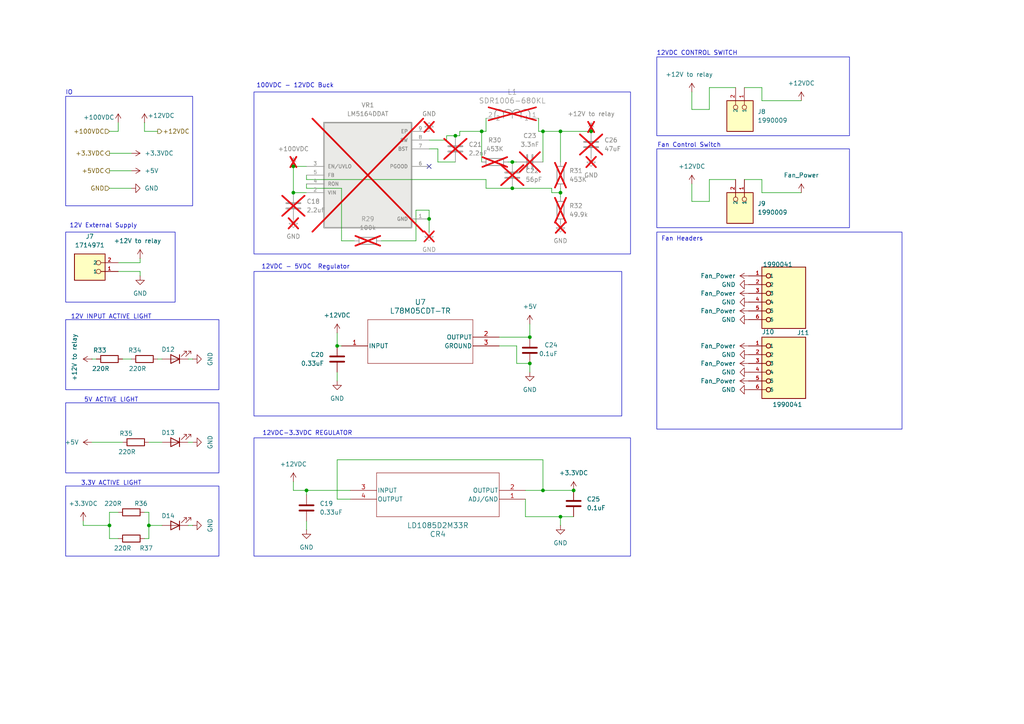
<source format=kicad_sch>
(kicad_sch (version 20250114) (generator "eeschema") (generator_version "9.0")
  (paper "A4")
  (lib_symbols
    (symbol "12-5V regulator L78M05CDT_TR:L78M05CDT-TR" (pin_names (offset 0.254))
      (property "Reference" "U" (at 22.86 10.16 0))
      (property "Value" "L78M05CDT-TR" (at 22.86 7.62 0))
      (symbol "L78M05CDT-TR_0_1"
        (polyline (pts (xy 7.62 5.08) (xy 7.62 -7.62)) (stroke (width 0.127)))
        (polyline (pts (xy 7.62 -7.62) (xy 38.1 -7.62)) (stroke (width 0.127)))
        (polyline (pts (xy 38.1 5.08) (xy 7.62 5.08)) (stroke (width 0.127)))
        (polyline (pts (xy 38.1 -7.62) (xy 38.1 5.08)) (stroke (width 0.127)))
        (pin input line (at 0 0 0) (length 7.62) (name "INPUT") (number "1"))
        (pin power_out line (at 45.72 0 180) (length 7.62) (name "GROUND") (number "3"))
        (pin output line (at 45.72 -2.54 180) (length 7.62) (name "OUTPUT") (number "2"))
      )
    )
    (symbol "1714971:1714971" (pin_names (offset 1.016))
      (property "Reference" "J" (at -2.54 3.302 0))
      (property "Value" "1714971" (at -2.54 -7.62 0))
      (symbol "1714971_0_0"
        (rectangle (start -3.81 -5.08) (end 5.08 2.54) (stroke (width 0.254)) (fill (type background)))
        (circle (center -1.905 0) (radius 0.635) (stroke (width 0.1524)))
        (circle (center -1.905 -2.54) (radius 0.635) (stroke (width 0.1524)))
        (pin passive line (at -7.62 0 0) (length 5.08) (name "1") (number "1"))
        (pin passive line (at -7.62 -2.54 0) (length 5.08) (name "2") (number "2"))
      )
    )
    (symbol "1990009 2P term:1990009" (pin_names (offset 1.016))
      (property "Reference" "J" (at -2.54 3.302 0))
      (property "Value" "1990009" (at -2.54 -7.62 0))
      (symbol "1990009_0_0"
        (rectangle (start -3.81 -5.08) (end 5.08 2.54) (stroke (width 0.254)) (fill (type background)))
        (circle (center -1.905 0) (radius 0.635) (stroke (width 0.1524)))
        (circle (center -1.905 -2.54) (radius 0.635) (stroke (width 0.1524)))
        (pin passive line (at -7.62 0 0) (length 5.08) (name "1") (number "1"))
        (pin passive line (at -7.62 -2.54 0) (length 5.08) (name "2") (number "2"))
      )
    )
    (symbol "2025-06-22_17-53-02:SDR1006-680KL" (pin_names (offset 0.254))
      (property "Reference" "L" (at 6.985 5.08 0))
      (property "Value" "SDR1006-680KL" (at 6.985 -2.54 0))
      (symbol "SDR1006-680KL_1_1"
        (polyline (pts (xy 2.54 0) (xy 2.54 1.27)) (stroke (width 0.2032)))
        (arc (start 2.54 1.27) (mid 3.81 2.5344) (end 5.08 1.27) (stroke (width 0.254)))
        (polyline (pts (xy 5.08 0) (xy 5.08 1.27)) (stroke (width 0.2032)))
        (arc (start 5.08 1.27) (mid 6.35 2.5344) (end 7.62 1.27) (stroke (width 0.254)))
        (polyline (pts (xy 7.62 0) (xy 7.62 1.27)) (stroke (width 0.2032)))
        (arc (start 7.62 1.27) (mid 8.89 2.5344) (end 10.16 1.27) (stroke (width 0.254)))
        (polyline (pts (xy 10.16 0) (xy 10.16 1.27)) (stroke (width 0.2032)))
        (arc (start 10.16 1.27) (mid 11.43 2.5344) (end 12.7 1.27) (stroke (width 0.254)))
        (polyline (pts (xy 12.7 0) (xy 12.7 1.27)) (stroke (width 0.2032)))
        (pin unspecified line (at 0 0 0) (length 2.54) (name "2") (number "2"))
        (pin unspecified line (at 15.24 0 180) (length 2.54) (name "1") (number "1"))
      )
      (symbol "SDR1006-680KL_1_2"
        (arc (start -1.27 10.16) (mid -2.5344 11.43) (end -1.27 12.7) (stroke (width 0.254)))
        (arc (start -1.27 7.62) (mid -2.5344 8.89) (end -1.27 10.16) (stroke (width 0.254)))
        (arc (start -1.27 5.08) (mid -2.5344 6.35) (end -1.27 7.62) (stroke (width 0.254)))
        (arc (start -1.27 2.54) (mid -2.5344 3.81) (end -1.27 5.08) (stroke (width 0.254)))
        (polyline (pts (xy 0 12.7) (xy -1.27 12.7)) (stroke (width 0.2032)))
        (polyline (pts (xy 0 10.16) (xy -1.27 10.16)) (stroke (width 0.2032)))
        (polyline (pts (xy 0 7.62) (xy -1.27 7.62)) (stroke (width 0.2032)))
        (polyline (pts (xy 0 5.08) (xy -1.27 5.08)) (stroke (width 0.2032)))
        (polyline (pts (xy 0 2.54) (xy -1.27 2.54)) (stroke (width 0.2032)))
        (pin unspecified line (at 0 15.24 270) (length 2.54) (name "1") (number "1"))
        (pin unspecified line (at 0 0 90) (length 2.54) (name "2") (number "2"))
      )
    )
    (symbol "3.3V Regulator:LD1085D2M33R" (pin_names (offset 0.254))
      (property "Reference" "CR" (at 25.4 10.16 0))
      (property "Value" "LD1085D2M33R" (at 25.4 7.62 0))
      (symbol "LD1085D2M33R_0_1"
        (polyline (pts (xy 7.62 5.08) (xy 7.62 -7.62)) (stroke (width 0.127)))
        (polyline (pts (xy 7.62 -7.62) (xy 43.18 -7.62)) (stroke (width 0.127)))
        (polyline (pts (xy 43.18 5.08) (xy 7.62 5.08)) (stroke (width 0.127)))
        (polyline (pts (xy 43.18 -7.62) (xy 43.18 5.08)) (stroke (width 0.127)))
        (pin power_out line (at 0 0 0) (length 7.62) (name "ADJ/GND") (number "1"))
        (pin output line (at 0 -2.54 0) (length 7.62) (name "OUTPUT") (number "2"))
        (pin output line (at 50.8 0 180) (length 7.62) (name "OUTPUT") (number "4"))
        (pin input line (at 50.8 -2.54 180) (length 7.62) (name "INPUT") (number "3"))
      )
    )
    (symbol "Device:C" (pin_numbers (hide yes)) (pin_names (offset 0.254))
      (property "Reference" "C" (at 0.635 2.54 0))
      (property "Value" "C" (at 0.635 -2.54 0))
      (symbol "C_0_1"
        (polyline (pts (xy -2.032 0.762) (xy 2.032 0.762)) (stroke (width 0.508)))
        (polyline (pts (xy -2.032 -0.762) (xy 2.032 -0.762)) (stroke (width 0.508)))
      )
      (symbol "C_1_1"
        (pin passive line (at 0 3.81 270) (length 2.794) (name "~") (number "1"))
        (pin passive line (at 0 -3.81 90) (length 2.794) (name "~") (number "2"))
      )
    )
    (symbol "Device:LED" (pin_numbers (hide yes)) (pin_names (offset 1.016) (hide yes))
      (property "Reference" "D" (at 0 2.54 0))
      (property "Value" "LED" (at 0 -2.54 0))
      (symbol "LED_0_1"
        (polyline (pts (xy -3.048 -0.762) (xy -4.572 -2.286) (xy -3.81 -2.286) (xy -4.572 -2.286) (xy -4.572 -1.524)))
        (polyline (pts (xy -1.778 -0.762) (xy -3.302 -2.286) (xy -2.54 -2.286) (xy -3.302 -2.286) (xy -3.302 -1.524)))
        (polyline (pts (xy -1.27 0) (xy 1.27 0)))
        (polyline (pts (xy -1.27 -1.27) (xy -1.27 1.27)) (stroke (width 0.254)))
        (polyline (pts (xy 1.27 -1.27) (xy 1.27 1.27) (xy -1.27 0) (xy 1.27 -1.27)) (stroke (width 0.254)))
      )
      (symbol "LED_1_1"
        (pin passive line (at -3.81 0 0) (length 2.54) (name "K") (number "1"))
        (pin passive line (at 3.81 0 180) (length 2.54) (name "A") (number "2"))
      )
    )
    (symbol "Device:R" (pin_numbers (hide yes)) (pin_names (offset 0))
      (property "Reference" "R" (at 2.032 0 90))
      (property "Value" "R" (at 0 0 90))
      (symbol "R_0_1"
        (rectangle (start -1.016 -2.54) (end 1.016 2.54) (stroke (width 0.254)))
      )
      (symbol "R_1_1"
        (pin passive line (at 0 3.81 270) (length 1.27) (name "~") (number "1"))
        (pin passive line (at 0 -3.81 90) (length 1.27) (name "~") (number "2"))
      )
    )
    (symbol "LM5164DDAT:LM5164DDAT" (pin_names (offset 1.016))
      (property "Reference" "VR" (at -12.7 16.24 0))
      (property "Value" "LM5164DDAT" (at -12.7 -19.24 0))
      (symbol "LM5164DDAT_0_0"
        (rectangle (start -12.7 -15.24) (end 12.7 15.24) (stroke (width 0.41)) (fill (type background)))
        (pin input line (at -17.78 2.54 0) (length 5.08) (name "EN/UVLO") (number "3"))
        (pin input line (at -17.78 0 0) (length 5.08) (name "FB") (number "5"))
        (pin input line (at -17.78 -2.54 0) (length 5.08) (name "RON") (number "4"))
        (pin input line (at -17.78 -5.08 0) (length 5.08) (name "VIN") (number "2"))
        (pin power_in line (at 17.78 12.7 180) (length 5.08) (name "EP") (number "9"))
        (pin power_in line (at 17.78 10.16 180) (length 5.08) (name "SW") (number "8"))
        (pin power_in line (at 17.78 7.62 180) (length 5.08) (name "BST") (number "7"))
        (pin output line (at 17.78 2.54 180) (length 5.08) (name "PGOOD") (number "6"))
        (pin power_in line (at 17.78 -12.7 180) (length 5.08) (name "GND") (number "1"))
      )
    )
    (symbol "PHOENIX_1990041:1990041" (pin_names (offset 1.016))
      (property "Reference" "J" (at -6.85 10.16 0))
      (property "Value" "1990041" (at -6.35 -10.16 0))
      (symbol "1990041_0_0"
        (rectangle (start -6.35 -7.62) (end 6.35 10.16) (stroke (width 0.254)) (fill (type background)))
        (circle (center -4.445 7.62) (radius 0.635) (stroke (width 0.254)))
        (circle (center -4.445 5.08) (radius 0.635) (stroke (width 0.254)))
        (circle (center -4.445 2.54) (radius 0.635) (stroke (width 0.254)))
        (circle (center -4.445 0) (radius 0.635) (stroke (width 0.254)))
        (circle (center -4.445 -2.54) (radius 0.635) (stroke (width 0.254)))
        (circle (center -4.445 -5.08) (radius 0.635) (stroke (width 0.254)))
        (pin passive line (at -10.16 7.62 0) (length 5.08) (name "1") (number "1"))
        (pin passive line (at -10.16 5.08 0) (length 5.08) (name "2") (number "2"))
        (pin passive line (at -10.16 2.54 0) (length 5.08) (name "3") (number "3"))
        (pin passive line (at -10.16 0 0) (length 5.08) (name "4") (number "4"))
        (pin passive line (at -10.16 -2.54 0) (length 5.08) (name "5") (number "5"))
        (pin passive line (at -10.16 -5.08 0) (length 5.08) (name "6") (number "6"))
      )
    )
    (symbol "power:+12V" (power) (pin_numbers (hide yes)) (pin_names (offset 0) (hide yes))
      (property "Value" "+12V" (at 0 3.556 0))
      (symbol "+12V_0_1"
        (polyline (pts (xy -0.762 1.27) (xy 0 2.54)))
        (polyline (pts (xy 0 2.54) (xy 0.762 1.27)))
        (polyline (pts (xy 0 0) (xy 0 2.54)))
      )
      (symbol "+12V_1_1"
        (pin power_in line (at 0 0 90) (length 0) (name "~") (number "1"))
      )
    )
    (symbol "power:+3.3V" (power) (pin_numbers (hide yes)) (pin_names (offset 0) (hide yes))
      (property "Value" "+3.3V" (at 0 3.556 0))
      (symbol "+3.3V_0_1"
        (polyline (pts (xy -0.762 1.27) (xy 0 2.54)))
        (polyline (pts (xy 0 2.54) (xy 0.762 1.27)))
        (polyline (pts (xy 0 0) (xy 0 2.54)))
      )
      (symbol "+3.3V_1_1"
        (pin power_in line (at 0 0 90) (length 0) (name "~") (number "1"))
      )
    )
    (symbol "power:+5V" (power) (pin_numbers (hide yes)) (pin_names (offset 0) (hide yes))
      (property "Value" "+5V" (at 0 3.556 0))
      (symbol "+5V_0_1"
        (polyline (pts (xy -0.762 1.27) (xy 0 2.54)))
        (polyline (pts (xy 0 2.54) (xy 0.762 1.27)))
        (polyline (pts (xy 0 0) (xy 0 2.54)))
      )
      (symbol "+5V_1_1"
        (pin power_in line (at 0 0 90) (length 0) (name "~") (number "1"))
      )
    )
    (symbol "power:GND" (power) (pin_numbers (hide yes)) (pin_names (offset 0) (hide yes))
      (property "Value" "GND" (at 0 -3.81 0))
      (symbol "GND_0_1"
        (polyline (pts (xy 0 0) (xy 0 -1.27) (xy 1.27 -1.27) (xy 0 -2.54) (xy -1.27 -1.27) (xy 0 -1.27)))
      )
      (symbol "GND_1_1"
        (pin power_in line (at 0 0 270) (length 0) (name "~") (number "1"))
      )
    )
  )
  (rectangle (start 19.05 67.31) (end 50.8 87.63))
  (rectangle (start 190.5 16.51) (end 246.38 39.37))
  (rectangle (start 19.05 27.94) (end 55.88 59.69))
  (rectangle (start 73.66 26.67) (end 182.88 73.66))
  (rectangle (start 19.05 92.71) (end 63.5 113.03))
  (rectangle (start 73.66 78.74) (end 180.34 120.65))
  (rectangle (start 19.05 140.97) (end 63.5 161.29))
  (rectangle (start 73.66 127) (end 182.88 161.29))
  (rectangle (start 190.5 67.31) (end 261.62 124.46))
  (rectangle (start 190.5 43.18) (end 246.38 66.04))
  (rectangle (start 19.05 116.84) (end 63.5 137.16))
  (text "3.3V ACTIVE LIGHT" (at 32.258 140.208 0) (effects (font (size 1.27 1.27))))
  (text "5V ACTIVE LIGHT" (at 32.258 116.078 0) (effects (font (size 1.27 1.27))))
  (text "Fan Headers\n" (at 197.866 69.342 0) (effects (font (size 1.27 1.27))))
  (text "100VDC - 12VDC Buck\n" (at 85.598 24.892 0) (effects (font (size 1.27 1.27))))
  (text "IO\n" (at 20.066 26.924 0) (effects (font (size 1.27 1.27))))
  (text "12V External Supply" (at 29.972 65.532 0) (effects (font (size 1.27 1.27))))
  (text "12VDC - 5VDC  Regulator\n" (at 88.646 77.47 0) (effects (font (size 1.27 1.27))))
  (text "Fan Control Switch\n" (at 199.898 42.164 0) (effects (font (size 1.27 1.27))))
  (text "12VDC-3.3VDC REGULATOR\n" (at 89.154 125.73 0) (effects (font (size 1.27 1.27))))
  (text "12VDC CONTROL SWITCH\n\n" (at 202.184 16.51 0) (effects (font (size 1.27 1.27))))
  (text "12V INPUT ACTIVE LIGHT" (at 32.258 91.948 0) (effects (font (size 1.27 1.27))))
  (junction (at 166.37 142.24))
  (junction (at 132.08 39.37))
  (junction (at 162.56 149.86))
  (junction (at 43.18 152.4))
  (junction (at 153.67 97.79))
  (junction (at 85.09 55.88))
  (junction (at 139.7 38.1))
  (junction (at 88.9 142.24))
  (junction (at 31.75 152.4))
  (junction (at 148.59 54.61))
  (junction (at 85.09 48.26))
  (junction (at 157.48 38.1))
  (junction (at 162.56 38.1))
  (junction (at 148.59 46.99))
  (junction (at 157.48 142.24))
  (junction (at 124.46 63.5))
  (junction (at 162.56 55.88))
  (junction (at 97.79 100.33))
  (junction (at 153.67 105.41))
  (junction (at 171.45 38.1))
  (no_connect (at 124.46 48.26))
  (wire (pts (xy 34.29 78.74) (xy 40.64 78.74)))
  (wire (pts (xy 88.9 50.8) (xy 88.9 52.07)))
  (wire (pts (xy 220.98 29.21) (xy 232.41 29.21)))
  (wire (pts (xy 99.06 100.33) (xy 97.79 100.33)))
  (wire (pts (xy 205.74 58.42) (xy 205.74 52.07)))
  (wire (pts (xy 127 46.99) (xy 132.08 46.99)))
  (wire (pts (xy 162.56 38.1) (xy 162.56 46.99)))
  (wire (pts (xy 38.1 54.61) (xy 31.75 54.61)))
  (wire (pts (xy 26.67 128.27) (xy 35.56 128.27)))
  (wire (pts (xy 153.67 97.79) (xy 153.67 93.98)))
  (wire (pts (xy 40.64 76.2) (xy 40.64 74.93)))
  (wire (pts (xy 160.02 54.61) (xy 160.02 55.88)))
  (wire (pts (xy 162.56 54.61) (xy 162.56 55.88)))
  (wire (pts (xy 157.48 38.1) (xy 157.48 46.99)))
  (wire (pts (xy 140.97 54.61) (xy 148.59 54.61)))
  (wire (pts (xy 97.79 100.33) (xy 97.79 96.52)))
  (wire (pts (xy 38.1 49.53) (xy 31.75 49.53)))
  (wire (pts (xy 220.98 25.4) (xy 220.98 29.21)))
  (wire (pts (xy 43.18 152.4) (xy 46.99 152.4)))
  (wire (pts (xy 124.46 40.64) (xy 129.54 40.64)))
  (wire (pts (xy 133.35 39.37) (xy 133.35 38.1)))
  (wire (pts (xy 152.4 149.86) (xy 162.56 149.86)))
  (wire (pts (xy 43.18 128.27) (xy 46.99 128.27)))
  (wire (pts (xy 153.67 105.41) (xy 149.86 105.41)))
  (wire (pts (xy 34.29 35.56) (xy 34.29 38.1)))
  (wire (pts (xy 24.13 151.13) (xy 24.13 152.4)))
  (wire (pts (xy 157.48 133.35) (xy 157.48 142.24)))
  (wire (pts (xy 85.09 48.26) (xy 85.09 55.88)))
  (wire (pts (xy 205.74 31.75) (xy 205.74 25.4)))
  (wire (pts (xy 148.59 54.61) (xy 160.02 54.61)))
  (wire (pts (xy 200.66 26.67) (xy 200.66 31.75)))
  (wire (pts (xy 97.79 107.95) (xy 97.79 110.49)))
  (wire (pts (xy 26.67 104.14) (xy 27.94 104.14)))
  (wire (pts (xy 97.79 133.35) (xy 97.79 144.78)))
  (wire (pts (xy 54.61 104.14) (xy 55.88 104.14)))
  (wire (pts (xy 162.56 38.1) (xy 171.45 38.1)))
  (wire (pts (xy 99.06 54.61) (xy 99.06 69.85)))
  (wire (pts (xy 157.48 142.24) (xy 152.4 142.24)))
  (wire (pts (xy 133.35 38.1) (xy 139.7 38.1)))
  (wire (pts (xy 162.56 149.86) (xy 162.56 152.4)))
  (wire (pts (xy 31.75 148.59) (xy 34.29 148.59)))
  (wire (pts (xy 149.86 105.41) (xy 149.86 100.33)))
  (wire (pts (xy 153.67 107.95) (xy 153.67 105.41)))
  (wire (pts (xy 127 43.18) (xy 127 46.99)))
  (wire (pts (xy 215.9 25.4) (xy 220.98 25.4)))
  (wire (pts (xy 132.08 39.37) (xy 133.35 39.37)))
  (wire (pts (xy 205.74 52.07) (xy 213.36 52.07)))
  (wire (pts (xy 97.79 144.78) (xy 101.6 144.78)))
  (wire (pts (xy 41.91 38.1) (xy 41.91 35.56)))
  (wire (pts (xy 38.1 44.45) (xy 31.75 44.45)))
  (wire (pts (xy 152.4 149.86) (xy 152.4 144.78)))
  (wire (pts (xy 88.9 53.34) (xy 88.9 54.61)))
  (wire (pts (xy 40.64 78.74) (xy 40.64 80.01)))
  (wire (pts (xy 34.29 156.21) (xy 31.75 156.21)))
  (wire (pts (xy 129.54 39.37) (xy 132.08 39.37)))
  (wire (pts (xy 120.65 69.85) (xy 120.65 60.96)))
  (wire (pts (xy 124.46 43.18) (xy 127 43.18)))
  (wire (pts (xy 54.61 128.27) (xy 55.88 128.27)))
  (wire (pts (xy 139.7 46.99) (xy 139.7 38.1)))
  (wire (pts (xy 124.46 63.5) (xy 124.46 67.31)))
  (wire (pts (xy 129.54 40.64) (xy 129.54 39.37)))
  (wire (pts (xy 35.56 104.14) (xy 38.1 104.14)))
  (wire (pts (xy 160.02 55.88) (xy 162.56 55.88)))
  (wire (pts (xy 99.06 69.85) (xy 102.87 69.85)))
  (wire (pts (xy 148.59 46.99) (xy 147.32 46.99)))
  (wire (pts (xy 31.75 148.59) (xy 31.75 152.4)))
  (wire (pts (xy 88.9 142.24) (xy 101.6 142.24)))
  (wire (pts (xy 140.97 52.07) (xy 140.97 54.61)))
  (wire (pts (xy 43.18 148.59) (xy 43.18 152.4)))
  (wire (pts (xy 85.09 139.7) (xy 85.09 142.24)))
  (wire (pts (xy 157.48 142.24) (xy 166.37 142.24)))
  (wire (pts (xy 54.61 152.4) (xy 55.88 152.4)))
  (wire (pts (xy 41.91 156.21) (xy 43.18 156.21)))
  (wire (pts (xy 157.48 38.1) (xy 162.56 38.1)))
  (wire (pts (xy 120.65 60.96) (xy 124.46 60.96)))
  (wire (pts (xy 85.09 55.88) (xy 88.9 55.88)))
  (wire (pts (xy 45.72 38.1) (xy 41.91 38.1)))
  (wire (pts (xy 88.9 52.07) (xy 140.97 52.07)))
  (wire (pts (xy 124.46 60.96) (xy 124.46 63.5)))
  (wire (pts (xy 88.9 48.26) (xy 85.09 48.26)))
  (wire (pts (xy 215.9 52.07) (xy 220.98 52.07)))
  (wire (pts (xy 140.97 38.1) (xy 139.7 38.1)))
  (wire (pts (xy 140.97 34.29) (xy 140.97 38.1)))
  (wire (pts (xy 88.9 151.13) (xy 88.9 153.67)))
  (wire (pts (xy 220.98 55.88) (xy 232.41 55.88)))
  (wire (pts (xy 31.75 156.21) (xy 31.75 152.4)))
  (wire (pts (xy 88.9 54.61) (xy 99.06 54.61)))
  (wire (pts (xy 220.98 52.07) (xy 220.98 55.88)))
  (wire (pts (xy 43.18 152.4) (xy 43.18 156.21)))
  (wire (pts (xy 85.09 142.24) (xy 88.9 142.24)))
  (wire (pts (xy 200.66 58.42) (xy 205.74 58.42)))
  (wire (pts (xy 110.49 69.85) (xy 120.65 69.85)))
  (wire (pts (xy 157.48 133.35) (xy 97.79 133.35)))
  (wire (pts (xy 153.67 97.79) (xy 144.78 97.79)))
  (wire (pts (xy 162.56 149.86) (xy 166.37 149.86)))
  (wire (pts (xy 156.21 38.1) (xy 157.48 38.1)))
  (wire (pts (xy 34.29 76.2) (xy 40.64 76.2)))
  (wire (pts (xy 24.13 152.4) (xy 31.75 152.4)))
  (wire (pts (xy 200.66 31.75) (xy 205.74 31.75)))
  (wire (pts (xy 41.91 148.59) (xy 43.18 148.59)))
  (wire (pts (xy 162.56 55.88) (xy 162.56 57.15)))
  (wire (pts (xy 205.74 25.4) (xy 213.36 25.4)))
  (wire (pts (xy 149.86 100.33) (xy 144.78 100.33)))
  (wire (pts (xy 34.29 38.1) (xy 31.75 38.1)))
  (wire (pts (xy 200.66 53.34) (xy 200.66 58.42)))
  (wire (pts (xy 149.86 46.99) (xy 148.59 46.99)))
  (wire (pts (xy 88.9 143.51) (xy 88.9 142.24)))
  (wire (pts (xy 45.72 104.14) (xy 46.99 104.14)))
  (wire (pts (xy 156.21 34.29) (xy 156.21 38.1)))
  (hierarchical_label "+3.3VDC" (shape output) (at 31.75 44.45 180))
  (hierarchical_label "+5VDC" (shape output) (at 31.75 49.53 180))
  (hierarchical_label "GND" (shape input) (at 31.75 54.61 180))
  (hierarchical_label "+12VDC" (shape output) (at 45.72 38.1 0))
  (hierarchical_label "+100VDC" (shape input) (at 31.75 38.1 180))
  (symbol (lib_id "LM5164DDAT:LM5164DDAT") (at 106.68 50.8 0) (unit 1) (exclude_from_sim yes) (in_bom no) (on_board no) (dnp yes)
    (property "Reference" "VR1" (at 106.68 30.48 0))
    (property "Value" "LM5164DDAT" (at 106.68 33.02 0))
    (property "Footprint" "LM5164DDAT:VREG_LM5017MR_NOPB" (effects (hide yes)))
    (property "Part Number" "LM5164DDAT" (effects (hide yes)))
  )
  (symbol (lib_id "power:GND") (at 153.67 107.95 0) (mirror y) (unit 1)
    (property "Reference" "#PWR080" (effects (hide yes)))
    (property "Value" "GND" (at 153.67 113.03 0))
    (property "Description" "Power symbol creates a global label with name \"GND\" , ground" (effects (hide yes)))
  )
  (symbol (lib_id "power:+12V") (at 41.91 35.56 0) (unit 1)
    (property "Reference" "#PWR070" (effects (hide yes)))
    (property "Value" "+12VDC" (at 46.736 33.528 0))
    (property "Description" "Power symbol creates a global label with name \"+12V\"" (effects (hide yes)))
  )
  (symbol (lib_id "Device:R") (at 31.75 104.14 270) (unit 1)
    (property "Reference" "R33" (at 28.956 101.6 90))
    (property "Value" "220R" (at 29.21 106.934 90))
    (property "Footprint" "Resistor_SMD:R_0805_2012Metric" (effects (hide yes)))
    (property "Datasheet" "CRGCQ0805F220R" (effects (hide yes)))
    (property "Description" "RES SMD 220 OHM 5% 1/8W 0805" (effects (hide yes)))
    (property "Part Number" "CRGCQ0805F220R" (effects (hide yes)))
  )
  (symbol (lib_id "power:GND") (at 124.46 67.31 0) (unit 1) (exclude_from_sim yes) (in_bom no) (on_board no) (dnp yes)
    (property "Reference" "#PWR078" (effects (hide yes)))
    (property "Value" "GND" (at 124.46 72.39 0))
    (property "Description" "Power symbol creates a global label with name \"GND\" , ground" (effects (hide yes)))
  )
  (symbol (lib_id "power:+12V") (at 85.09 139.7 0) (unit 1)
    (property "Reference" "#PWR073" (effects (hide yes)))
    (property "Value" "+12VDC" (at 85.09 134.62 0))
    (property "Description" "Power symbol creates a global label with name \"+12V\"" (effects (hide yes)))
  )
  (symbol (lib_id "power:GND") (at 171.45 45.72 0) (unit 1) (exclude_from_sim yes) (in_bom no) (on_board no) (dnp yes)
    (property "Reference" "#PWR085" (effects (hide yes)))
    (property "Value" "GND" (at 171.45 50.8 0))
    (property "Description" "Power symbol creates a global label with name \"GND\" , ground" (effects (hide yes)))
  )
  (symbol (lib_id "power:GND") (at 55.88 104.14 90) (unit 1)
    (property "Reference" "#PWR0116" (effects (hide yes)))
    (property "Value" "GND" (at 60.96 104.14 0))
    (property "Description" "Power symbol creates a global label with name \"GND\" , ground" (effects (hide yes)))
  )
  (symbol (lib_id "power:+12V") (at 217.17 85.09 90) (unit 1)
    (property "Reference" "#PWR090" (effects (hide yes)))
    (property "Value" "Fan_Power" (at 213.36 85.0899 90) (effects (justify left)))
    (property "Description" "Power symbol creates a global label with name \"+12V\"" (effects (hide yes)))
  )
  (symbol (lib_id "power:+5V") (at 38.1 49.53 270) (unit 1)
    (property "Reference" "#PWR066" (effects (hide yes)))
    (property "Value" "+5V" (at 41.91 49.5301 90) (effects (justify left)))
    (property "Description" "Power symbol creates a global label with name \"+5V\"" (effects (hide yes)))
  )
  (symbol (lib_id "power:GND") (at 85.09 63.5 0) (unit 1) (exclude_from_sim yes) (in_bom no) (on_board no) (dnp yes)
    (property "Reference" "#PWR072" (effects (hide yes)))
    (property "Value" "GND" (at 85.09 68.58 0))
    (property "Description" "Power symbol creates a global label with name \"GND\" , ground" (effects (hide yes)))
  )
  (symbol (lib_id "Device:C") (at 85.09 59.69 0) (unit 1) (exclude_from_sim yes) (in_bom no) (on_board no) (dnp yes)
    (property "Reference" "C18" (at 88.9 58.4199 0) (effects (justify left)))
    (property "Value" "2.2uf" (at 88.9 60.9599 0) (effects (justify left)))
    (property "Footprint" "Capacitor_SMD:C_0805_2012Metric" (effects (hide yes)))
    (property "Datasheet" "https://www.digikey.ca/en/products/detail/kemet/C0805C225K8RACTU/789654" (effects (hide yes)))
    (property "Description" "CAP CER 2.2UF 10V X7R 0805" (effects (hide yes)))
    (property "Part Number" "C0805C225K8RACTU" (effects (hide yes)))
  )
  (symbol (lib_id "Device:R") (at 38.1 156.21 270) (unit 1)
    (property "Reference" "R37" (at 42.418 159.004 90))
    (property "Value" "220R" (at 35.56 159.004 90))
    (property "Footprint" "Resistor_SMD:R_0805_2012Metric" (effects (hide yes)))
    (property "Datasheet" "CRGCQ0805F220R" (effects (hide yes)))
    (property "Description" "RES SMD 220 OHM 5% 1/8W 0805" (effects (hide yes)))
    (property "Part Number" "CRGCQ0805F220R" (effects (hide yes)))
  )
  (symbol (lib_id "PHOENIX_1990041:1990041") (at 227.33 87.63 0) (unit 1)
    (property "Reference" "J10" (at 220.98 96.266 0) (effects (justify left)))
    (property "Value" "1990041" (at 221.234 76.708 0) (effects (justify left)))
    (property "Footprint" "PHOENIX_1990041:PHOENIX_1990041" (effects (hide yes)))
    (property "MANUFACTURER" "PHOENIX" (effects (hide yes)))
    (property "Part Number" "1990041" (effects (hide yes)))
  )
  (symbol (lib_id "power:GND") (at 162.56 152.4 0) (unit 1)
    (property "Reference" "#PWR082" (effects (hide yes)))
    (property "Value" "GND" (at 162.56 157.48 0))
    (property "Description" "Power symbol creates a global label with name \"GND\" , ground" (effects (hide yes)))
  )
  (symbol (lib_id "power:+12V") (at 85.09 48.26 0) (unit 1) (exclude_from_sim yes) (in_bom no) (on_board no) (dnp yes)
    (property "Reference" "#PWR071" (effects (hide yes)))
    (property "Value" "+100VDC" (at 85.09 43.18 0))
    (property "Description" "Power symbol creates a global label with name \"+12V\"" (effects (hide yes)))
  )
  (symbol (lib_id "power:+12V") (at 26.67 104.14 90) (unit 1)
    (property "Reference" "#PWR0108" (effects (hide yes)))
    (property "Value" "+12V to relay" (at 21.59 103.632 0))
    (property "Description" "Power symbol creates a global label with name \"+12V\"" (effects (hide yes)))
  )
  (symbol (lib_id "power:GND") (at 55.88 152.4 90) (unit 1)
    (property "Reference" "#PWR0118" (effects (hide yes)))
    (property "Value" "GND" (at 60.96 152.4 0))
    (property "Description" "Power symbol creates a global label with name \"GND\" , ground" (effects (hide yes)))
  )
  (symbol (lib_id "power:+12V") (at 40.64 74.93 0) (unit 1)
    (property "Reference" "#PWR068" (effects (hide yes)))
    (property "Value" "+12V to relay" (at 39.878 69.85 0))
    (property "Description" "Power symbol creates a global label with name \"+12V\"" (effects (hide yes)))
  )
  (symbol (lib_id "3.3V Regulator:LD1085D2M33R") (at 152.4 144.78 180) (unit 1)
    (property "Reference" "CR4" (at 127 154.94 0) (effects (font (size 1.524 1.524))))
    (property "Value" "LD1085D2M33R" (at 127 152.4 0) (effects (font (size 1.524 1.524))))
    (property "Footprint" "LD1085D2M33R:D2PAK&slash_A_STM" (effects (hide yes)))
    (property "Datasheet" "https://www.st.com/content/ccc/resource/technical/document/datasheet/d3/84/d5/f6/3c/23/40/7b/CD00001883.pdf/files/CD00001883.pdf/jcr:content/translations/en.CD00001883.pdf" (effects (hide yes)))
    (property "Description" "IC REG LINEAR 3.3V 3A D2PAK-3" (effects (hide yes)))
    (property "Part Number" "LD1085D2M33R" (effects (hide yes)))
  )
  (symbol (lib_id "Device:C") (at 88.9 147.32 0) (unit 1)
    (property "Reference" "C19" (at 92.71 146.0499 0) (effects (justify left)))
    (property "Value" "0.33uF" (at 92.71 148.5899 0) (effects (justify left)))
    (property "Footprint" "Capacitor_SMD:C_0805_2012Metric" (effects (hide yes)))
    (property "Datasheet" "https://www.digikey.ca/en/products/detail/murata-electronics/GRM219R71H334KA88D/702591" (effects (hide yes)))
    (property "Description" "GRM219R71H334KA88D" (effects (hide yes)))
    (property "Part Number" "GRM219R71H334KA88D" (effects (hide yes)))
  )
  (symbol (lib_id "Device:C") (at 97.79 104.14 0) (mirror y) (unit 1)
    (property "Reference" "C20" (at 93.98 102.8699 0) (effects (justify left)))
    (property "Value" "0.33uF" (at 93.98 105.4099 0) (effects (justify left)))
    (property "Footprint" "Capacitor_SMD:C_0805_2012Metric" (effects (hide yes)))
    (property "Datasheet" "https://www.digikey.ca/en/products/detail/murata-electronics/GRM219R71H334KA88D/702591" (effects (hide yes)))
    (property "Description" "GRM219R71H334KA88D" (effects (hide yes)))
    (property "Part Number" "GRM219R71H334KA88D" (effects (hide yes)))
  )
  (symbol (lib_id "Device:R") (at 39.37 128.27 270) (unit 1)
    (property "Reference" "R35" (at 36.576 125.73 90))
    (property "Value" "220R" (at 36.83 131.064 90))
    (property "Footprint" "Resistor_SMD:R_0805_2012Metric" (effects (hide yes)))
    (property "Datasheet" "CRGCQ0805F220R" (effects (hide yes)))
    (property "Description" "RES SMD 220 OHM 5% 1/8W 0805" (effects (hide yes)))
    (property "Part Number" "CRGCQ0805F220R" (effects (hide yes)))
  )
  (symbol (lib_id "power:GND") (at 217.17 113.03 270) (unit 1)
    (property "Reference" "#PWR099" (effects (hide yes)))
    (property "Value" "GND" (at 213.36 113.0299 90) (effects (justify right)))
    (property "Description" "Power symbol creates a global label with name \"GND\" , ground" (effects (hide yes)))
  )
  (symbol (lib_id "Device:R") (at 162.56 60.96 180) (unit 1) (exclude_from_sim yes) (in_bom no) (on_board no) (dnp yes)
    (property "Reference" "R32" (at 165.1 59.6899 0) (effects (justify right)))
    (property "Value" "49.9k" (at 165.1 62.2299 0) (effects (justify right)))
    (property "Footprint" "Resistor_SMD:R_0805_2012Metric" (effects (hide yes)))
    (property "Datasheet" "https://www.digikey.ca/en/products/detail/koa-speer-electronics-inc/RK73B2ATTD104J/10236578" (effects (hide yes)))
    (property "Description" "RES 49.9K OHM 1% 1/8W 0805" (effects (hide yes)))
    (property "Part Number" "RC0805FR-0749K9L" (effects (hide yes)))
  )
  (symbol (lib_id "power:GND") (at 217.17 107.95 270) (unit 1)
    (property "Reference" "#PWR097" (effects (hide yes)))
    (property "Value" "GND" (at 213.36 107.9499 90) (effects (justify right)))
    (property "Description" "Power symbol creates a global label with name \"GND\" , ground" (effects (hide yes)))
  )
  (symbol (lib_id "power:+12V") (at 217.17 105.41 90) (unit 1)
    (property "Reference" "#PWR096" (effects (hide yes)))
    (property "Value" "Fan_Power" (at 213.36 105.4099 90) (effects (justify left)))
    (property "Description" "Power symbol creates a global label with name \"+12V\"" (effects (hide yes)))
  )
  (symbol (lib_id "Device:C") (at 132.08 43.18 0) (unit 1) (exclude_from_sim yes) (in_bom no) (on_board no) (dnp yes)
    (property "Reference" "C21" (at 135.89 41.9099 0) (effects (justify left)))
    (property "Value" "2.2nF" (at 135.89 44.4499 0) (effects (justify left)))
    (property "Footprint" "Capacitor_SMD:C_0805_2012Metric" (effects (hide yes)))
    (property "Datasheet" "https://www.digikey.ca/en/products/detail/kemet/C0805C222F5GACTU/2212241" (effects (hide yes)))
    (property "Description" "CAP CER 2200PF 50V C0G/NP0 0805" (effects (hide yes)))
    (property "Part Number" "C0805C222F5GACTU" (effects (hide yes)))
  )
  (symbol (lib_id "Device:LED") (at 50.8 104.14 180) (unit 1)
    (property "Reference" "D12" (at 48.768 101.346 0))
    (property "Value" "12V" (effects (hide yes)))
    (property "Footprint" "Capacitor_SMD:C_0603_1608Metric_Pad1.08x0.95mm_HandSolder" (effects (hide yes)))
    (property "Datasheet" "https://mm.digikey.com/Volume0/opasdata/d220001/medias/docus/3739/B1931UY--20D000114U1930.pdf" (effects (hide yes)))
    (property "Description" "Light emitting diode" (effects (hide yes)))
    (property "Sim.Pins" "1=K 2=A" (effects (hide yes)))
    (property "Part Number" "B1931UY--20D000114U1930" (effects (hide yes)))
  )
  (symbol (lib_id "power:GND") (at 217.17 82.55 270) (unit 1)
    (property "Reference" "#PWR089" (effects (hide yes)))
    (property "Value" "GND" (at 213.36 82.5499 90) (effects (justify right)))
    (property "Description" "Power symbol creates a global label with name \"GND\" , ground" (effects (hide yes)))
  )
  (symbol (lib_id "power:GND") (at 40.64 80.01 0) (unit 1)
    (property "Reference" "#PWR069" (effects (hide yes)))
    (property "Value" "GND" (at 40.64 85.09 0))
    (property "Description" "Power symbol creates a global label with name \"GND\" , ground" (effects (hide yes)))
  )
  (symbol (lib_id "Device:C") (at 171.45 41.91 0) (unit 1) (exclude_from_sim yes) (in_bom no) (on_board no) (dnp yes)
    (property "Reference" "C26" (at 175.26 40.6399 0) (effects (justify left)))
    (property "Value" "47uF" (at 175.26 43.1799 0) (effects (justify left)))
    (property "Footprint" "Capacitor_SMD:C_1206_3216Metric_Pad1.33x1.80mm_HandSolder" (effects (hide yes)))
    (property "Datasheet" "https://www.digikey.ca/en/products/detail/tdk-corporation/C3216X5R1C476M160AB/2443481" (effects (hide yes)))
    (property "Description" "CAP CER 47UF 16V X5R 1206" (effects (hide yes)))
    (property "Part Number" "C3216X5R1C476M160AB" (effects (hide yes)))
  )
  (symbol (lib_id "power:GND") (at 124.46 38.1 180) (unit 1) (exclude_from_sim yes) (in_bom no) (on_board no) (dnp yes)
    (property "Reference" "#PWR077" (effects (hide yes)))
    (property "Value" "GND" (at 124.46 33.02 0))
    (property "Description" "Power symbol creates a global label with name \"GND\" , ground" (effects (hide yes)))
  )
  (symbol (lib_id "Device:R") (at 38.1 148.59 270) (unit 1)
    (property "Reference" "R36" (at 40.894 146.05 90))
    (property "Value" "220R" (at 32.766 146.05 90))
    (property "Footprint" "Resistor_SMD:R_0805_2012Metric" (effects (hide yes)))
    (property "Datasheet" "CRGCQ0805F220R" (effects (hide yes)))
    (property "Description" "RES SMD 220 OHM 5% 1/8W 0805" (effects (hide yes)))
    (property "Part Number" "CRGCQ0805F220R" (effects (hide yes)))
  )
  (symbol (lib_id "Device:C") (at 166.37 146.05 0) (unit 1)
    (property "Reference" "C25" (at 170.18 144.7799 0) (effects (justify left)))
    (property "Value" "0.1uF" (at 170.18 147.3199 0) (effects (justify left)))
    (property "Footprint" "Capacitor_SMD:C_0805_2012Metric" (effects (hide yes)))
    (property "Datasheet" "https://www.digikey.ca/en/products/detail/kyocera-avx/0805ZD104KAT2A/1603455" (effects (hide yes)))
    (property "Description" "CAP CER 0.1UF 10V X5R 0805" (effects (hide yes)))
    (property "Part Number" "0805ZD104KAT2A" (effects (hide yes)))
  )
  (symbol (lib_id "Device:C") (at 148.59 50.8 0) (unit 1) (exclude_from_sim yes) (in_bom no) (on_board no) (dnp yes)
    (property "Reference" "C22" (at 152.4 49.5299 0) (effects (justify left)))
    (property "Value" "56pF" (at 152.4 52.0699 0) (effects (justify left)))
    (property "Footprint" "Capacitor_SMD:C_0805_2012Metric" (effects (hide yes)))
    (property "Datasheet" "https://www.digikey.ca/en/products/detail/kemet/C0805C560J5GAC7210/16942980" (effects (hide yes)))
    (property "Description" "CAP CER 56PF 50V C0G/NP0 0805" (effects (hide yes)))
    (property "Part Number" "C0805C560J5GAC7210" (effects (hide yes)))
  )
  (symbol (lib_id "Device:R") (at 106.68 69.85 90) (unit 1) (exclude_from_sim yes) (in_bom no) (on_board no) (dnp yes)
    (property "Reference" "R29" (at 106.68 63.5 90))
    (property "Value" "100k" (at 106.68 66.04 90))
    (property "Footprint" "Resistor_SMD:R_0805_2012Metric" (effects (hide yes)))
    (property "Datasheet" "https://www.digikey.ca/en/products/detail/koa-speer-electronics-inc/RK73B2ATTD104J/10236578" (effects (hide yes)))
    (property "Description" "RES 100K OHM 5% 1/4W 0805" (effects (hide yes)))
    (property "Part Number" "RK73B2ATTD104J" (effects (hide yes)))
  )
  (symbol (lib_id "Device:R") (at 41.91 104.14 270) (unit 1)
    (property "Reference" "R34" (at 39.116 101.6 90))
    (property "Value" "220R" (at 39.878 106.934 90))
    (property "Footprint" "Resistor_SMD:R_0805_2012Metric" (effects (hide yes)))
    (property "Datasheet" "CRGCQ0805F220R" (effects (hide yes)))
    (property "Description" "RES SMD 220 OHM 5% 1/8W 0805" (effects (hide yes)))
    (property "Part Number" "CRGCQ0805F220R" (effects (hide yes)))
  )
  (symbol (lib_id "power:GND") (at 97.79 110.49 0) (mirror y) (unit 1)
    (property "Reference" "#PWR076" (effects (hide yes)))
    (property "Value" "GND" (at 97.79 115.57 0))
    (property "Description" "Power symbol creates a global label with name \"GND\" , ground" (effects (hide yes)))
  )
  (symbol (lib_id "power:+12V") (at 232.41 55.88 0) (unit 1)
    (property "Reference" "#PWR0101" (effects (hide yes)))
    (property "Value" "Fan_Power" (at 232.41 50.8 0))
    (property "Description" "Power symbol creates a global label with name \"+12V\"" (effects (hide yes)))
  )
  (symbol (lib_id "power:+3.3V") (at 166.37 142.24 0) (unit 1)
    (property "Reference" "#PWR083" (effects (hide yes)))
    (property "Value" "+3.3VDC" (at 166.37 137.16 0))
    (property "Description" "Power symbol creates a global label with name \"+3.3V\"" (effects (hide yes)))
  )
  (symbol (lib_id "power:GND") (at 38.1 54.61 90) (unit 1)
    (property "Reference" "#PWR067" (effects (hide yes)))
    (property "Value" "GND" (at 41.91 54.6099 90) (effects (justify right)))
    (property "Description" "Power symbol creates a global label with name \"GND\" , ground" (effects (hide yes)))
  )
  (symbol (lib_id "power:+5V") (at 153.67 93.98 0) (mirror y) (unit 1)
    (property "Reference" "#PWR079" (effects (hide yes)))
    (property "Value" "+5V" (at 153.67 88.9 0))
    (property "Description" "Power symbol creates a global label with name \"+5V\"" (effects (hide yes)))
  )
  (symbol (lib_id "1990009 2P term:1990009") (at 215.9 33.02 270) (unit 1)
    (property "Reference" "J8" (at 219.71 32.3849 90) (effects (justify left)))
    (property "Value" "1990009" (at 219.71 34.9249 90) (effects (justify left)))
    (property "Footprint" "2P term 1990009:PHOENIX_1990009" (effects (hide yes)))
    (property "PARTREV" "03.02.2023" (effects (hide yes)))
    (property "STANDARD" "Manufacturer Recommendations" (effects (hide yes)))
    (property "MAXIMUM_PACKAGE_HEIGHT" "13.1mm" (effects (hide yes)))
    (property "MANUFACTURER" "Phoenix Contact" (effects (hide yes)))
    (property "Part Number" "1990009" (effects (hide yes)))
  )
  (symbol (lib_id "power:+12V") (at 217.17 80.01 90) (unit 1)
    (property "Reference" "#PWR088" (effects (hide yes)))
    (property "Value" "Fan_Power" (at 213.36 80.0099 90) (effects (justify left)))
    (property "Description" "Power symbol creates a global label with name \"+12V\"" (effects (hide yes)))
  )
  (symbol (lib_id "12-5V regulator L78M05CDT_TR:L78M05CDT-TR") (at 99.06 100.33 0) (mirror x) (unit 1)
    (property "Reference" "U7" (at 121.92 87.63 0) (effects (font (size 1.524 1.524))))
    (property "Value" "L78M05CDT-TR" (at 121.92 90.17 0) (effects (font (size 1.524 1.524))))
    (property "Footprint" "L78M05CDT_TR:DPAK_STM-M" (effects (hide yes)))
    (property "Datasheet" "L78M05CDT-TR" (effects (hide yes)))
    (property "Part Number" "L78M05CDT-TR" (effects (hide yes)))
  )
  (symbol (lib_id "power:GND") (at 55.88 128.27 90) (unit 1)
    (property "Reference" "#PWR0117" (effects (hide yes)))
    (property "Value" "GND" (at 60.96 128.27 0))
    (property "Description" "Power symbol creates a global label with name \"GND\" , ground" (effects (hide yes)))
  )
  (symbol (lib_id "Device:LED") (at 50.8 152.4 180) (unit 1)
    (property "Reference" "D14" (at 48.768 149.606 0))
    (property "Value" "3.3V" (effects (hide yes)))
    (property "Footprint" "Capacitor_SMD:C_0603_1608Metric_Pad1.08x0.95mm_HandSolder" (effects (hide yes)))
    (property "Datasheet" "https://mm.digikey.com/Volume0/opasdata/d220001/medias/docus/3739/B1931UY--20D000114U1930.pdf" (effects (hide yes)))
    (property "Description" "Light emitting diode" (effects (hide yes)))
    (property "Sim.Pins" "1=K 2=A" (effects (hide yes)))
    (property "Part Number" "B1931UY--20D000114U1930" (effects (hide yes)))
  )
  (symbol (lib_id "power:+12V") (at 200.66 53.34 0) (unit 1)
    (property "Reference" "#PWR087" (effects (hide yes)))
    (property "Value" "+12VDC" (at 200.66 48.26 0))
    (property "Description" "Power symbol creates a global label with name \"+12V\"" (effects (hide yes)))
  )
  (symbol (lib_id "PHOENIX_1990041:1990041") (at 227.33 107.95 0) (unit 1)
    (property "Reference" "J11" (at 231.14 96.52 0) (effects (justify left)))
    (property "Value" "1990041" (at 224.028 117.348 0) (effects (justify left)))
    (property "Footprint" "PHOENIX_1990041:PHOENIX_1990041" (effects (hide yes)))
    (property "MANUFACTURER" "PHOENIX" (effects (hide yes)))
    (property "Part Number" "1990041" (effects (hide yes)))
  )
  (symbol (lib_id "power:GND") (at 88.9 153.67 0) (unit 1)
    (property "Reference" "#PWR074" (effects (hide yes)))
    (property "Value" "GND" (at 88.9 158.75 0))
    (property "Description" "Power symbol creates a global label with name \"GND\" , ground" (effects (hide yes)))
  )
  (symbol (lib_id "2025-06-22_17-53-02:SDR1006-680KL") (at 140.97 34.29 0) (unit 1) (exclude_from_sim yes) (in_bom no) (on_board no) (dnp yes)
    (property "Reference" "L1" (at 148.59 26.67 0) (effects (font (size 1.524 1.524))))
    (property "Value" "SDR1006-680KL" (at 148.59 29.21 0) (effects (font (size 1.524 1.524))))
    (property "Footprint" "IND_BOURNS_SDR1006" (effects (hide yes)))
    (property "Datasheet" "SDR1006-680KL" (effects (hide yes)))
    (property "Part Number" "SDR1006-680KL" (effects (hide yes)))
  )
  (symbol (lib_id "power:+12V") (at 217.17 100.33 90) (unit 1)
    (property "Reference" "#PWR094" (effects (hide yes)))
    (property "Value" "Fan_Power" (at 213.36 100.3299 90) (effects (justify left)))
    (property "Description" "Power symbol creates a global label with name \"+12V\"" (effects (hide yes)))
  )
  (symbol (lib_id "Device:R") (at 143.51 46.99 90) (unit 1) (exclude_from_sim yes) (in_bom no) (on_board no) (dnp yes)
    (property "Reference" "R30" (at 143.51 40.64 90))
    (property "Value" "453K" (at 143.51 43.18 90))
    (property "Footprint" "Resistor_SMD:R_0805_2012Metric" (effects (hide yes)))
    (property "Datasheet" "https://www.digikey.ca/en/products/detail/stackpole-electronics-inc/RMCF0805FT453K/1760289" (effects (hide yes)))
    (property "Description" "RES 453K OHM 1% 1/8W 0805" (effects (hide yes)))
    (property "Part Number" "RMCF0805FT453K" (effects (hide yes)))
  )
  (symbol (lib_id "power:+12V") (at 171.45 38.1 0) (unit 1) (exclude_from_sim yes) (in_bom no) (on_board no) (dnp yes)
    (property "Reference" "#PWR084" (effects (hide yes)))
    (property "Value" "+12V to relay" (at 171.45 33.02 0))
    (property "Description" "Power symbol creates a global label with name \"+12V\"" (effects (hide yes)))
  )
  (symbol (lib_id "power:+12V") (at 217.17 90.17 90) (unit 1)
    (property "Reference" "#PWR092" (effects (hide yes)))
    (property "Value" "Fan_Power" (at 213.36 90.1699 90) (effects (justify left)))
    (property "Description" "Power symbol creates a global label with name \"+12V\"" (effects (hide yes)))
  )
  (symbol (lib_id "power:GND") (at 162.56 64.77 0) (unit 1) (exclude_from_sim yes) (in_bom no) (on_board no) (dnp yes)
    (property "Reference" "#PWR081" (effects (hide yes)))
    (property "Value" "GND" (at 162.56 69.85 0))
    (property "Description" "Power symbol creates a global label with name \"GND\" , ground" (effects (hide yes)))
  )
  (symbol (lib_id "power:GND") (at 217.17 102.87 270) (unit 1)
    (property "Reference" "#PWR095" (effects (hide yes)))
    (property "Value" "GND" (at 213.36 102.8699 90) (effects (justify right)))
    (property "Description" "Power symbol creates a global label with name \"GND\" , ground" (effects (hide yes)))
  )
  (symbol (lib_id "power:+12V") (at 34.29 35.56 0) (unit 1)
    (property "Reference" "#PWR064" (effects (hide yes)))
    (property "Value" "+100VDC" (at 24.13 34.036 0) (effects (justify left)))
    (property "Description" "Power symbol creates a global label with name \"+12V\"" (effects (hide yes)))
  )
  (symbol (lib_id "Device:LED") (at 50.8 128.27 180) (unit 1)
    (property "Reference" "D13" (at 48.768 125.476 0))
    (property "Value" "5V" (effects (hide yes)))
    (property "Footprint" "Capacitor_SMD:C_0603_1608Metric_Pad1.08x0.95mm_HandSolder" (effects (hide yes)))
    (property "Datasheet" "https://mm.digikey.com/Volume0/opasdata/d220001/medias/docus/3739/B1931UY--20D000114U1930.pdf" (effects (hide yes)))
    (property "Description" "Light emitting diode" (effects (hide yes)))
    (property "Sim.Pins" "1=K 2=A" (effects (hide yes)))
    (property "Part Number" "B1931UY--20D000114U1930" (effects (hide yes)))
  )
  (symbol (lib_id "1714971:1714971") (at 26.67 78.74 180) (unit 1)
    (property "Reference" "J7" (at 26.035 68.58 0))
    (property "Value" "1714971" (at 26.035 71.12 0))
    (property "Footprint" "1714971:PHOENIX_1714971" (effects (hide yes)))
    (property "PARTREV" "26.05.2020" (effects (hide yes)))
    (property "STANDARD" "Manufacturer Recommendations" (effects (hide yes)))
    (property "MAXIMUM_PACKAGE_HEIGHT" "21.7mm" (effects (hide yes)))
    (property "MANUFACTURER" "Phoenix Contact" (effects (hide yes)))
    (property "Part Number" "1714971" (effects (hide yes)))
  )
  (symbol (lib_id "1990009 2P term:1990009") (at 215.9 59.69 270) (unit 1)
    (property "Reference" "J9" (at 219.71 59.0549 90) (effects (justify left)))
    (property "Value" "1990009" (at 219.71 61.5949 90) (effects (justify left)))
    (property "Footprint" "2P term 1990009:PHOENIX_1990009" (effects (hide yes)))
    (property "PARTREV" "03.02.2023" (effects (hide yes)))
    (property "STANDARD" "Manufacturer Recommendations" (effects (hide yes)))
    (property "MAXIMUM_PACKAGE_HEIGHT" "13.1mm" (effects (hide yes)))
    (property "MANUFACTURER" "Phoenix Contact" (effects (hide yes)))
    (property "Part Number" "1990009" (effects (hide yes)))
  )
  (symbol (lib_id "power:GND") (at 217.17 87.63 270) (unit 1)
    (property "Reference" "#PWR091" (effects (hide yes)))
    (property "Value" "GND" (at 213.36 87.6299 90) (effects (justify right)))
    (property "Description" "Power symbol creates a global label with name \"GND\" , ground" (effects (hide yes)))
  )
  (symbol (lib_id "power:+12V") (at 97.79 96.52 0) (mirror y) (unit 1)
    (property "Reference" "#PWR075" (effects (hide yes)))
    (property "Value" "+12VDC" (at 97.79 91.44 0))
    (property "Description" "Power symbol creates a global label with name \"+12V\"" (effects (hide yes)))
  )
  (symbol (lib_id "Device:C") (at 153.67 46.99 270) (unit 1) (exclude_from_sim yes) (in_bom no) (on_board no) (dnp yes)
    (property "Reference" "C23" (at 153.67 39.37 90))
    (property "Value" "3.3nF" (at 153.67 41.91 90))
    (property "Footprint" "Capacitor_SMD:C_0805_2012Metric" (effects (hide yes)))
    (property "Datasheet" "https://www.digikey.ca/en/products/detail/yageo/CC0805KPX7R9BB332/11491289" (effects (hide yes)))
    (property "Description" "CAP CER 3300PF 50V X7R 0805" (effects (hide yes)))
    (property "Part Number" "CC0805KPX7R9BB332" (effects (hide yes)))
  )
  (symbol (lib_id "power:+12V") (at 232.41 29.21 0) (unit 1)
    (property "Reference" "#PWR0100" (effects (hide yes)))
    (property "Value" "+12VDC" (at 232.41 24.13 0))
    (property "Description" "Power symbol creates a global label with name \"+12V\"" (effects (hide yes)))
  )
  (symbol (lib_id "power:GND") (at 217.17 92.71 270) (unit 1)
    (property "Reference" "#PWR093" (effects (hide yes)))
    (property "Value" "GND" (at 213.36 92.7099 90) (effects (justify right)))
    (property "Description" "Power symbol creates a global label with name \"GND\" , ground" (effects (hide yes)))
  )
  (symbol (lib_id "power:+5V") (at 26.67 128.27 90) (mirror x) (unit 1)
    (property "Reference" "#PWR0109" (effects (hide yes)))
    (property "Value" "+5V" (at 22.86 128.2699 90) (effects (justify left)))
    (property "Description" "Power symbol creates a global label with name \"+5V\"" (effects (hide yes)))
  )
  (symbol (lib_id "power:+3.3V") (at 38.1 44.45 270) (unit 1)
    (property "Reference" "#PWR065" (effects (hide yes)))
    (property "Value" "+3.3VDC" (at 41.91 44.4501 90) (effects (justify left)))
    (property "Description" "Power symbol creates a global label with name \"+3.3V\"" (effects (hide yes)))
  )
  (symbol (lib_id "power:+12V") (at 217.17 110.49 90) (unit 1)
    (property "Reference" "#PWR098" (effects (hide yes)))
    (property "Value" "Fan_Power" (at 213.36 110.4899 90) (effects (justify left)))
    (property "Description" "Power symbol creates a global label with name \"+12V\"" (effects (hide yes)))
  )
  (symbol (lib_id "power:+3.3V") (at 24.13 151.13 0) (unit 1)
    (property "Reference" "#PWR0111" (effects (hide yes)))
    (property "Value" "+3.3VDC" (at 24.13 146.05 0))
    (property "Description" "Power symbol creates a global label with name \"+3.3V\"" (effects (hide yes)))
  )
  (symbol (lib_id "Device:C") (at 153.67 101.6 0) (mirror y) (unit 1)
    (property "Reference" "C24" (at 161.798 100.076 0) (effects (justify left)))
    (property "Value" "0.1uF" (at 161.798 102.616 0) (effects (justify left)))
    (property "Footprint" "Capacitor_SMD:C_0805_2012Metric" (effects (hide yes)))
    (property "Datasheet" "https://www.digikey.ca/en/products/detail/kyocera-avx/0805ZD104KAT2A/1603455" (effects (hide yes)))
    (property "Description" "CAP CER 0.1UF 10V X5R 0805" (effects (hide yes)))
    (property "Part Number" "0805ZD104KAT2A" (effects (hide yes)))
  )
  (symbol (lib_id "power:+12V") (at 200.66 26.67 0) (unit 1)
    (property "Reference" "#PWR086" (effects (hide yes)))
    (property "Value" "+12V to relay" (at 199.898 21.59 0))
    (property "Description" "Power symbol creates a global label with name \"+12V\"" (effects (hide yes)))
  )
  (symbol (lib_id "Device:R") (at 162.56 50.8 0) (unit 1) (exclude_from_sim yes) (in_bom no) (on_board no) (dnp yes)
    (property "Reference" "R31" (at 165.1 49.5299 0) (effects (justify left)))
    (property "Value" "453K" (at 165.1 52.0699 0) (effects (justify left)))
    (property "Footprint" "Resistor_SMD:R_0805_2012Metric" (effects (hide yes)))
    (property "Datasheet" "https://www.digikey.ca/en/products/detail/stackpole-electronics-inc/RMCF0805FT453K/1760289" (effects (hide yes)))
    (property "Description" "RES 453K OHM 1% 1/8W 0805" (effects (hide yes)))
    (property "Part Number" "RMCF0805FT453K" (effects (hide yes)))
  )
)
</source>
